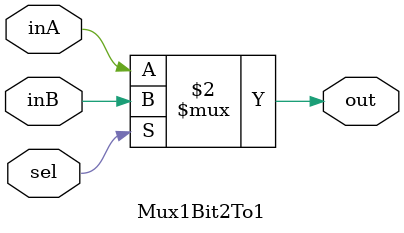
<source format=v>
`timescale 1ns / 1ps


module Mux1Bit2To1(out, inA, inB, sel);

    output  out;
    
    input  inA;
    input  inB;
    input sel;

   /* always@(sel, inA, inB) begin

    if(sel == 0)
         out = inA;
    
    else
       out = inB;

   end*/
   assign out = (sel == 0) ? inA : inB;

endmodule

</source>
